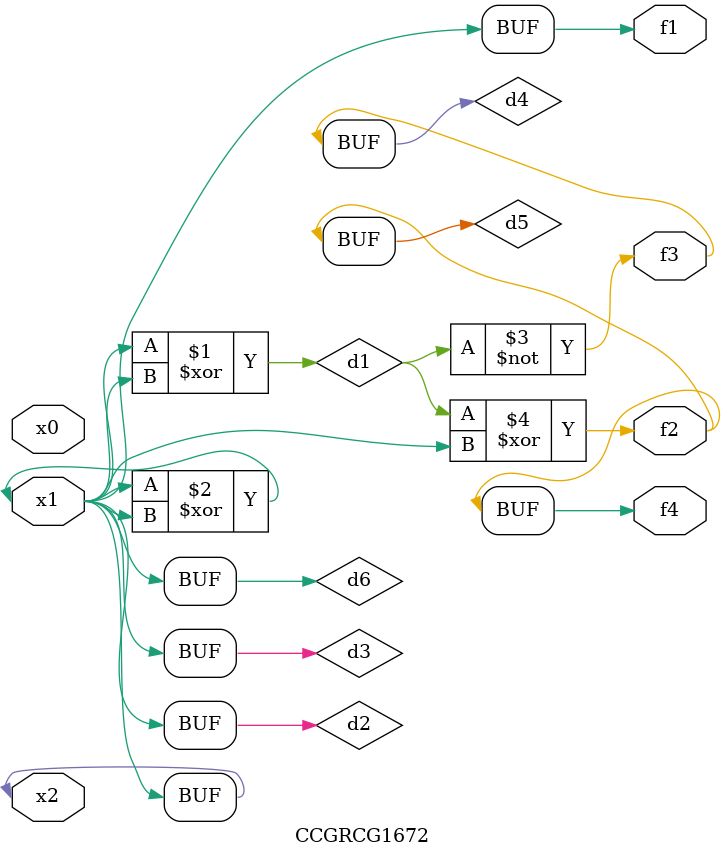
<source format=v>
module CCGRCG1672(
	input x0, x1, x2,
	output f1, f2, f3, f4
);

	wire d1, d2, d3, d4, d5, d6;

	xor (d1, x1, x2);
	buf (d2, x1, x2);
	xor (d3, x1, x2);
	nor (d4, d1);
	xor (d5, d1, d2);
	buf (d6, d2, d3);
	assign f1 = d6;
	assign f2 = d5;
	assign f3 = d4;
	assign f4 = d5;
endmodule

</source>
